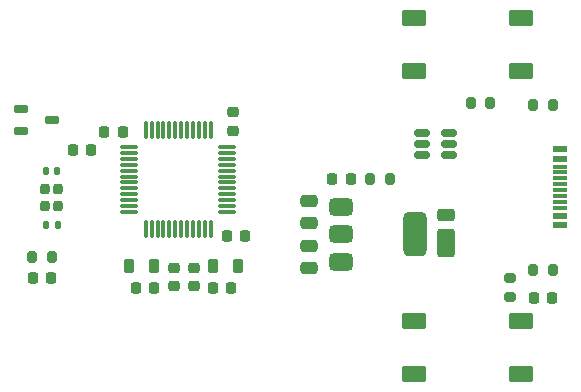
<source format=gbr>
%TF.GenerationSoftware,KiCad,Pcbnew,9.0.5*%
%TF.CreationDate,2025-10-21T09:40:09+03:30*%
%TF.ProjectId,WeAct-STM32G474,57654163-742d-4535-944d-333247343734,rev?*%
%TF.SameCoordinates,Original*%
%TF.FileFunction,Paste,Top*%
%TF.FilePolarity,Positive*%
%FSLAX46Y46*%
G04 Gerber Fmt 4.6, Leading zero omitted, Abs format (unit mm)*
G04 Created by KiCad (PCBNEW 9.0.5) date 2025-10-21 09:40:09*
%MOMM*%
%LPD*%
G01*
G04 APERTURE LIST*
G04 Aperture macros list*
%AMRoundRect*
0 Rectangle with rounded corners*
0 $1 Rounding radius*
0 $2 $3 $4 $5 $6 $7 $8 $9 X,Y pos of 4 corners*
0 Add a 4 corners polygon primitive as box body*
4,1,4,$2,$3,$4,$5,$6,$7,$8,$9,$2,$3,0*
0 Add four circle primitives for the rounded corners*
1,1,$1+$1,$2,$3*
1,1,$1+$1,$4,$5*
1,1,$1+$1,$6,$7*
1,1,$1+$1,$8,$9*
0 Add four rect primitives between the rounded corners*
20,1,$1+$1,$2,$3,$4,$5,0*
20,1,$1+$1,$4,$5,$6,$7,0*
20,1,$1+$1,$6,$7,$8,$9,0*
20,1,$1+$1,$8,$9,$2,$3,0*%
G04 Aperture macros list end*
%ADD10RoundRect,0.075000X-0.662500X-0.075000X0.662500X-0.075000X0.662500X0.075000X-0.662500X0.075000X0*%
%ADD11RoundRect,0.075000X-0.075000X-0.662500X0.075000X-0.662500X0.075000X0.662500X-0.075000X0.662500X0*%
%ADD12R,1.240000X0.600000*%
%ADD13R,1.240000X0.300000*%
%ADD14RoundRect,0.140000X0.140000X0.170000X-0.140000X0.170000X-0.140000X-0.170000X0.140000X-0.170000X0*%
%ADD15RoundRect,0.200000X0.200000X0.275000X-0.200000X0.275000X-0.200000X-0.275000X0.200000X-0.275000X0*%
%ADD16RoundRect,0.218750X0.218750X0.381250X-0.218750X0.381250X-0.218750X-0.381250X0.218750X-0.381250X0*%
%ADD17RoundRect,0.200000X-0.200000X-0.275000X0.200000X-0.275000X0.200000X0.275000X-0.200000X0.275000X0*%
%ADD18RoundRect,0.250000X0.475000X-0.250000X0.475000X0.250000X-0.475000X0.250000X-0.475000X-0.250000X0*%
%ADD19RoundRect,0.250000X-0.500000X0.950000X-0.500000X-0.950000X0.500000X-0.950000X0.500000X0.950000X0*%
%ADD20RoundRect,0.250000X-0.500000X0.275000X-0.500000X-0.275000X0.500000X-0.275000X0.500000X0.275000X0*%
%ADD21RoundRect,0.250000X-0.800000X-0.450000X0.800000X-0.450000X0.800000X0.450000X-0.800000X0.450000X0*%
%ADD22RoundRect,0.225000X0.225000X0.250000X-0.225000X0.250000X-0.225000X-0.250000X0.225000X-0.250000X0*%
%ADD23RoundRect,0.375000X-0.625000X-0.375000X0.625000X-0.375000X0.625000X0.375000X-0.625000X0.375000X0*%
%ADD24RoundRect,0.500000X-0.500000X-1.400000X0.500000X-1.400000X0.500000X1.400000X-0.500000X1.400000X0*%
%ADD25RoundRect,0.225000X0.250000X-0.225000X0.250000X0.225000X-0.250000X0.225000X-0.250000X-0.225000X0*%
%ADD26RoundRect,0.162500X-0.447500X-0.162500X0.447500X-0.162500X0.447500X0.162500X-0.447500X0.162500X0*%
%ADD27RoundRect,0.225000X-0.225000X-0.250000X0.225000X-0.250000X0.225000X0.250000X-0.225000X0.250000X0*%
%ADD28RoundRect,0.218750X0.218750X0.256250X-0.218750X0.256250X-0.218750X-0.256250X0.218750X-0.256250X0*%
%ADD29RoundRect,0.225000X-0.250000X0.225000X-0.250000X-0.225000X0.250000X-0.225000X0.250000X0.225000X0*%
%ADD30RoundRect,0.250000X0.800000X0.450000X-0.800000X0.450000X-0.800000X-0.450000X0.800000X-0.450000X0*%
%ADD31RoundRect,0.200000X-0.275000X0.200000X-0.275000X-0.200000X0.275000X-0.200000X0.275000X0.200000X0*%
%ADD32RoundRect,0.218750X-0.218750X-0.381250X0.218750X-0.381250X0.218750X0.381250X-0.218750X0.381250X0*%
%ADD33RoundRect,0.150000X-0.512500X-0.150000X0.512500X-0.150000X0.512500X0.150000X-0.512500X0.150000X0*%
%ADD34RoundRect,0.200000X-0.200000X0.250000X-0.200000X-0.250000X0.200000X-0.250000X0.200000X0.250000X0*%
G04 APERTURE END LIST*
D10*
%TO.C,U2*%
X131237500Y-94100000D03*
X131237500Y-94600000D03*
X131237500Y-95100000D03*
X131237500Y-95600000D03*
X131237500Y-96100000D03*
X131237500Y-96600000D03*
X131237500Y-97100000D03*
X131237500Y-97600000D03*
X131237500Y-98100000D03*
X131237500Y-98600000D03*
X131237500Y-99100000D03*
X131237500Y-99600000D03*
D11*
X132650000Y-101012500D03*
X133150000Y-101012500D03*
X133650000Y-101012500D03*
X134150000Y-101012500D03*
X134650000Y-101012500D03*
X135150000Y-101012500D03*
X135650000Y-101012500D03*
X136150000Y-101012500D03*
X136650000Y-101012500D03*
X137150000Y-101012500D03*
X137650000Y-101012500D03*
X138150000Y-101012500D03*
D10*
X139562500Y-99600000D03*
X139562500Y-99100000D03*
X139562500Y-98600000D03*
X139562500Y-98100000D03*
X139562500Y-97600000D03*
X139562500Y-97100000D03*
X139562500Y-96600000D03*
X139562500Y-96100000D03*
X139562500Y-95600000D03*
X139562500Y-95100000D03*
X139562500Y-94600000D03*
X139562500Y-94100000D03*
D11*
X138150000Y-92687500D03*
X137650000Y-92687500D03*
X137150000Y-92687500D03*
X136650000Y-92687500D03*
X136150000Y-92687500D03*
X135650000Y-92687500D03*
X135150000Y-92687500D03*
X134650000Y-92687500D03*
X134150000Y-92687500D03*
X133650000Y-92687500D03*
X133150000Y-92687500D03*
X132650000Y-92687500D03*
%TD*%
D12*
%TO.C,J3*%
X167725000Y-94300000D03*
X167725000Y-95100000D03*
D13*
X167725000Y-96250000D03*
X167725000Y-97250000D03*
X167725000Y-97750000D03*
X167725000Y-98750000D03*
D12*
X167725000Y-99900000D03*
X167725000Y-100700000D03*
X167725000Y-100700000D03*
X167725000Y-99900000D03*
D13*
X167725000Y-99250000D03*
X167725000Y-98250000D03*
X167725000Y-96750000D03*
X167725000Y-95750000D03*
D12*
X167725000Y-95100000D03*
X167725000Y-94300000D03*
%TD*%
D14*
%TO.C,C12*%
X125180000Y-100671292D03*
X124220000Y-100671292D03*
%TD*%
%TO.C,C11*%
X125130000Y-96121292D03*
X124170000Y-96121292D03*
%TD*%
D15*
%TO.C,R5*%
X124675000Y-103400000D03*
X123025000Y-103400000D03*
%TD*%
D16*
%TO.C,FB1*%
X140462500Y-104200000D03*
X138337500Y-104200000D03*
%TD*%
D15*
%TO.C,R1*%
X167125000Y-90500000D03*
X165475000Y-90500000D03*
%TD*%
D17*
%TO.C,R6*%
X160175000Y-90400000D03*
X161825000Y-90400000D03*
%TD*%
D18*
%TO.C,C2*%
X146500000Y-100550000D03*
X146500000Y-98650000D03*
%TD*%
D19*
%TO.C,D2*%
X158100000Y-102250000D03*
D20*
X158100000Y-99875000D03*
%TD*%
D15*
%TO.C,R2*%
X167125000Y-104500000D03*
X165475000Y-104500000D03*
%TD*%
D21*
%TO.C,NRST*%
X155350000Y-108850000D03*
X164450000Y-108850000D03*
X155350000Y-113350000D03*
X164450000Y-113350000D03*
%TD*%
D22*
%TO.C,C13*%
X128025000Y-94350000D03*
X126475000Y-94350000D03*
%TD*%
D18*
%TO.C,C1*%
X146500000Y-104350000D03*
X146500000Y-102450000D03*
%TD*%
D23*
%TO.C,U1*%
X149150000Y-99200000D03*
X149150000Y-101500000D03*
D24*
X155450000Y-101500000D03*
D23*
X149150000Y-103800000D03*
%TD*%
D25*
%TO.C,C4*%
X140000000Y-92725000D03*
X140000000Y-91175000D03*
%TD*%
D26*
%TO.C,D1*%
X122090000Y-90850000D03*
X122090000Y-92750000D03*
X124710000Y-91800000D03*
%TD*%
D27*
%TO.C,C9*%
X131825000Y-106000000D03*
X133375000Y-106000000D03*
%TD*%
D28*
%TO.C,D4*%
X124637500Y-105200000D03*
X123062500Y-105200000D03*
%TD*%
D17*
%TO.C,R4*%
X151675000Y-96800000D03*
X153325000Y-96800000D03*
%TD*%
D22*
%TO.C,C3*%
X130700000Y-92800000D03*
X129150000Y-92800000D03*
%TD*%
%TO.C,C8*%
X139900000Y-106000000D03*
X138350000Y-106000000D03*
%TD*%
D29*
%TO.C,C7*%
X136700000Y-104300000D03*
X136700000Y-105850000D03*
%TD*%
D27*
%TO.C,C14*%
X165525000Y-106900000D03*
X167075000Y-106900000D03*
%TD*%
D29*
%TO.C,C10*%
X135000000Y-104300000D03*
X135000000Y-105850000D03*
%TD*%
D30*
%TO.C,BOOT*%
X164450000Y-87650000D03*
X155350000Y-87650000D03*
X164450000Y-83150000D03*
X155350000Y-83150000D03*
%TD*%
D31*
%TO.C,R3*%
X163500000Y-105175000D03*
X163500000Y-106825000D03*
%TD*%
D32*
%TO.C,FB2*%
X131250000Y-104200000D03*
X133375000Y-104200000D03*
%TD*%
D27*
%TO.C,C5*%
X139525000Y-101650000D03*
X141075000Y-101650000D03*
%TD*%
D28*
%TO.C,D3*%
X149987500Y-96800000D03*
X148412500Y-96800000D03*
%TD*%
D33*
%TO.C,U3*%
X156025000Y-92900000D03*
X156025000Y-93850000D03*
X156025000Y-94800000D03*
X158300000Y-94800000D03*
X158300000Y-93850000D03*
X158300000Y-92900000D03*
%TD*%
D34*
%TO.C,Y1*%
X124100000Y-97671292D03*
X124100000Y-99071292D03*
X125200000Y-99071292D03*
X125200000Y-97671292D03*
%TD*%
M02*

</source>
